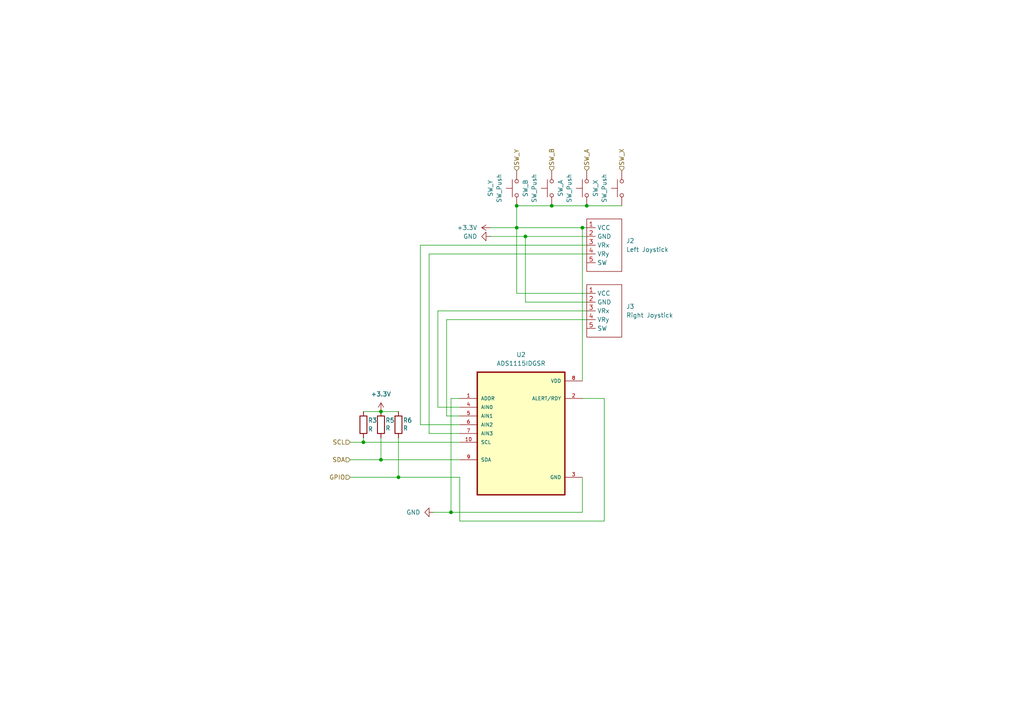
<source format=kicad_sch>
(kicad_sch (version 20231120) (generator "eeschema") (generator_version "8.0")
  (paper "A4")
  (lib_symbols
    (symbol "ADS1115IDGSR:ADS1115IDGSR" (pin_names (offset 1.016))
      (property "Reference" "U" (at -12.7 18.78 0))
      (property "Value" "ADS1115IDGSR" (at -12.7 -21.78 0))
      (symbol "ADS1115IDGSR_0_0"
        (rectangle (start -12.7 -17.78) (end 12.7 17.78) (stroke (width 0.41)) (fill (type background)))
        (pin input line (at -17.78 10.16 0) (length 5.08) (name "ADDR") (number "1"))
        (pin input line (at -17.78 -2.54 0) (length 5.08) (name "SCL") (number "10"))
        (pin output line (at 17.78 10.16 180) (length 5.08) (name "ALERT/RDY") (number "2"))
        (pin power_in line (at 17.78 -12.7 180) (length 5.08) (name "GND") (number "3"))
        (pin input line (at -17.78 7.62 0) (length 5.08) (name "AIN0") (number "4"))
        (pin input line (at -17.78 5.08 0) (length 5.08) (name "AIN1") (number "5"))
        (pin input line (at -17.78 2.54 0) (length 5.08) (name "AIN2") (number "6"))
        (pin input line (at -17.78 0 0) (length 5.08) (name "AIN3") (number "7"))
        (pin power_in line (at 17.78 15.24 180) (length 5.08) (name "VDD") (number "8"))
        (pin bidirectional line (at -17.78 -7.62 0) (length 5.08) (name "SDA") (number "9"))
      )
    )
    (symbol "Controls:Joystick"
      (property "Reference" "J" (at -1.778 0 0))
      (property "Value" "Joystick" (at 4.064 0 0))
      (symbol "Joystick_0_1"
        (rectangle (start -2.54 -1.27) (end 7.62 -16.51))
      )
      (symbol "Joystick_1_1"
        (pin power_in line (at -2.54 -3.81 0) (length 2.54) (name "VCC") (number "1"))
        (pin output line (at -2.54 -6.35 0) (length 2.54) (name "GND") (number "2"))
        (pin output line (at -2.54 -8.89 0) (length 2.54) (name "VRx") (number "3"))
        (pin output line (at -2.54 -11.43 0) (length 2.54) (name "VRy") (number "4"))
        (pin output line (at -2.54 -13.97 0) (length 2.54) (name "SW") (number "5"))
      )
    )
    (symbol "Device:R" (pin_numbers hide) (pin_names (offset 0))
      (property "Reference" "R" (at 2.032 0 90))
      (property "Value" "R" (at 0 0 90))
      (symbol "R_0_1"
        (rectangle (start -1.016 -2.54) (end 1.016 2.54) (stroke (width 0.254)))
      )
      (symbol "R_1_1"
        (pin passive line (at 0 3.81 270) (length 1.27) (name "~") (number "1"))
        (pin passive line (at 0 -3.81 90) (length 1.27) (name "~") (number "2"))
      )
    )
    (symbol "Joystick_1"
      (property "Reference" "J" (at -1.778 0 0))
      (property "Value" "Joystick" (at 4.064 0 0))
      (symbol "Joystick_1_0_1"
        (rectangle (start -2.54 -1.27) (end 7.62 -16.51))
      )
      (symbol "Joystick_1_1_1"
        (pin power_in line (at -2.54 -3.81 0) (length 2.54) (name "VCC") (number "1"))
        (pin output line (at -2.54 -6.35 0) (length 2.54) (name "GND") (number "2"))
        (pin output line (at -2.54 -8.89 0) (length 2.54) (name "VRx") (number "3"))
        (pin output line (at -2.54 -11.43 0) (length 2.54) (name "VRy") (number "4"))
        (pin output line (at -2.54 -13.97 0) (length 2.54) (name "SW") (number "5"))
      )
    )
    (symbol "Switch:SW_Push" (pin_numbers hide) (pin_names (offset 1.016) hide)
      (property "Reference" "SW" (at 1.27 2.54 0))
      (property "Value" "SW_Push" (at 0 -1.524 0))
      (symbol "SW_Push_0_1"
        (circle (center -2.032 0) (radius 0.508))
        (polyline (pts (xy 0 1.27) (xy 0 3.048)))
        (polyline (pts (xy 2.54 1.27) (xy -2.54 1.27)))
        (circle (center 2.032 0) (radius 0.508))
        (pin passive line (at -5.08 0 0) (length 2.54) (name "1") (number "1"))
        (pin passive line (at 5.08 0 180) (length 2.54) (name "2") (number "2"))
      )
    )
    (symbol "power:+3.3V" (power) (pin_numbers hide) (pin_names (offset 0) hide)
      (property "Value" "+3.3V" (at 0 3.556 0))
      (symbol "+3.3V_0_1"
        (polyline (pts (xy -0.762 1.27) (xy 0 2.54)))
        (polyline (pts (xy 0 0) (xy 0 2.54)))
        (polyline (pts (xy 0 2.54) (xy 0.762 1.27)))
      )
      (symbol "+3.3V_1_1"
        (pin power_in line (at 0 0 90) (length 0) (name "~") (number "1"))
      )
    )
    (symbol "power:GND" (power) (pin_numbers hide) (pin_names (offset 0) hide)
      (property "Value" "GND" (at 0 -3.81 0))
      (symbol "GND_0_1"
        (polyline (pts (xy 0 0) (xy 0 -1.27) (xy 1.27 -1.27) (xy 0 -2.54) (xy -1.27 -1.27) (xy 0 -1.27)))
      )
      (symbol "GND_1_1"
        (pin power_in line (at 0 0 270) (length 0) (name "~") (number "1"))
      )
    )
  )
  (junction (at 160.02 59.69))
  (junction (at 110.49 133.35))
  (junction (at 115.57 138.43))
  (junction (at 130.81 148.59))
  (junction (at 149.86 59.69))
  (junction (at 110.49 119.38))
  (junction (at 105.41 128.27))
  (junction (at 168.91 66.04))
  (junction (at 149.86 66.04))
  (junction (at 170.18 59.69))
  (junction (at 152.4 68.58))
  (wire (pts (xy 129.54 120.65) (xy 133.35 120.65)))
  (wire (pts (xy 115.57 127) (xy 115.57 138.43)))
  (wire (pts (xy 105.41 119.38) (xy 110.49 119.38)))
  (wire (pts (xy 115.57 138.43) (xy 133.35 138.43)))
  (wire (pts (xy 121.92 123.19) (xy 133.35 123.19)))
  (wire (pts (xy 130.81 115.57) (xy 130.81 148.59)))
  (wire (pts (xy 101.6 138.43) (xy 115.57 138.43)))
  (wire (pts (xy 105.41 127) (xy 105.41 128.27)))
  (wire (pts (xy 168.91 66.04) (xy 149.86 66.04)))
  (wire (pts (xy 149.86 59.69) (xy 160.02 59.69)))
  (wire (pts (xy 168.91 148.59) (xy 168.91 138.43)))
  (wire (pts (xy 149.86 66.04) (xy 149.86 59.69)))
  (wire (pts (xy 121.92 71.12) (xy 121.92 123.19)))
  (wire (pts (xy 130.81 115.57) (xy 133.35 115.57)))
  (wire (pts (xy 175.26 151.13) (xy 175.26 115.57)))
  (wire (pts (xy 127 90.17) (xy 127 118.11)))
  (wire (pts (xy 149.86 66.04) (xy 149.86 85.09)))
  (wire (pts (xy 149.86 85.09) (xy 170.18 85.09)))
  (wire (pts (xy 129.54 92.71) (xy 170.18 92.71)))
  (wire (pts (xy 101.6 133.35) (xy 110.49 133.35)))
  (wire (pts (xy 175.26 115.57) (xy 168.91 115.57)))
  (wire (pts (xy 105.41 128.27) (xy 133.35 128.27)))
  (wire (pts (xy 110.49 119.38) (xy 115.57 119.38)))
  (wire (pts (xy 125.73 148.59) (xy 130.81 148.59)))
  (wire (pts (xy 160.02 59.69) (xy 170.18 59.69)))
  (wire (pts (xy 152.4 68.58) (xy 152.4 87.63)))
  (wire (pts (xy 127 90.17) (xy 170.18 90.17)))
  (wire (pts (xy 168.91 66.04) (xy 168.91 110.49)))
  (wire (pts (xy 142.24 68.58) (xy 152.4 68.58)))
  (wire (pts (xy 170.18 59.69) (xy 180.34 59.69)))
  (wire (pts (xy 127 118.11) (xy 133.35 118.11)))
  (wire (pts (xy 124.46 73.66) (xy 170.18 73.66)))
  (wire (pts (xy 142.24 66.04) (xy 149.86 66.04)))
  (wire (pts (xy 124.46 73.66) (xy 124.46 125.73)))
  (wire (pts (xy 124.46 125.73) (xy 133.35 125.73)))
  (wire (pts (xy 133.35 151.13) (xy 175.26 151.13)))
  (wire (pts (xy 101.6 128.27) (xy 105.41 128.27)))
  (wire (pts (xy 170.18 66.04) (xy 168.91 66.04)))
  (wire (pts (xy 110.49 127) (xy 110.49 133.35)))
  (wire (pts (xy 130.81 148.59) (xy 168.91 148.59)))
  (wire (pts (xy 129.54 92.71) (xy 129.54 120.65)))
  (wire (pts (xy 110.49 133.35) (xy 133.35 133.35)))
  (wire (pts (xy 152.4 87.63) (xy 170.18 87.63)))
  (wire (pts (xy 133.35 138.43) (xy 133.35 151.13)))
  (wire (pts (xy 170.18 68.58) (xy 152.4 68.58)))
  (wire (pts (xy 121.92 71.12) (xy 170.18 71.12)))
  (hierarchical_label "SCL" (shape input) (at 101.6 128.27 180))
  (hierarchical_label "GPIO" (shape input) (at 101.6 138.43 180))
  (hierarchical_label "SW_A" (shape input) (at 170.18 49.53 90))
  (hierarchical_label "SW_X" (shape input) (at 180.34 49.53 90))
  (hierarchical_label "SDA" (shape input) (at 101.6 133.35 180))
  (hierarchical_label "SW_B" (shape input) (at 160.02 49.53 90))
  (hierarchical_label "SW_Y" (shape input) (at 149.86 49.53 90))
  (symbol (lib_id "power:+3.3V") (at 142.24 66.04 90) (unit 1)
    (property "Reference" "#PWR05" (effects (hide yes)))
    (property "Value" "+3.3V" (at 138.43 66.0399 90) (effects (justify left)))
    (property "Description" "Power symbol creates a global label with name \"+3.3V\"" (effects (hide yes)))
  )
  (symbol (lib_id "Controls:Joystick") (at 172.72 81.28 0) (unit 1)
    (property "Reference" "J3" (at 181.61 88.8999 0) (effects (justify left)))
    (property "Value" "Right Joystick" (at 181.61 91.4399 0) (effects (justify left)))
  )
  (symbol (lib_id "Switch:SW_Push") (at 170.18 54.61 90) (unit 1)
    (property "Reference" "SW_A" (at 162.56 54.61 0))
    (property "Value" "SW_Push" (at 165.1 54.61 0))
    (property "Description" "Push button switch, generic, two pins" (effects (hide yes)))
  )
  (symbol (lib_id "Device:R") (at 110.49 123.19 0) (unit 1)
    (property "Reference" "R5" (at 111.76 121.92 0) (effects (justify left)))
    (property "Value" "R" (at 111.76 124.206 0) (effects (justify left)))
    (property "Description" "Resistor" (effects (hide yes)))
  )
  (symbol (lib_id "power:GND") (at 142.24 68.58 270) (unit 1)
    (property "Reference" "#PWR06" (effects (hide yes)))
    (property "Value" "GND" (at 138.43 68.5799 90) (effects (justify right)))
    (property "Description" "Power symbol creates a global label with name \"GND\" , ground" (effects (hide yes)))
  )
  (symbol (lib_id "Device:R") (at 115.57 123.19 0) (unit 1)
    (property "Reference" "R6" (at 116.84 121.92 0) (effects (justify left)))
    (property "Value" "R" (at 116.84 124.206 0) (effects (justify left)))
    (property "Description" "Resistor" (effects (hide yes)))
  )
  (symbol (lib_id "Switch:SW_Push") (at 149.86 54.61 90) (unit 1)
    (property "Reference" "SW_Y" (at 142.24 54.61 0))
    (property "Value" "SW_Push" (at 144.78 54.61 0))
    (property "Description" "Push button switch, generic, two pins" (effects (hide yes)))
  )
  (symbol (lib_name "Joystick_1") (lib_id "Controls:Joystick") (at 172.72 62.23 0) (unit 1)
    (property "Reference" "J2" (at 181.61 69.8499 0) (effects (justify left)))
    (property "Value" "Left Joystick" (at 181.61 72.3899 0) (effects (justify left)))
  )
  (symbol (lib_id "power:GND") (at 125.73 148.59 270) (unit 1)
    (property "Reference" "#PWR09" (effects (hide yes)))
    (property "Value" "GND" (at 121.92 148.5899 90) (effects (justify right)))
    (property "Description" "Power symbol creates a global label with name \"GND\" , ground" (effects (hide yes)))
  )
  (symbol (lib_id "Switch:SW_Push") (at 180.34 54.61 90) (unit 1)
    (property "Reference" "SW_X" (at 172.72 54.61 0))
    (property "Value" "SW_Push" (at 175.26 54.61 0))
    (property "Description" "Push button switch, generic, two pins" (effects (hide yes)))
  )
  (symbol (lib_id "ADS1115IDGSR:ADS1115IDGSR") (at 151.13 125.73 0) (unit 1)
    (property "Reference" "U2" (at 151.13 102.87 0))
    (property "Value" "ADS1115IDGSR" (at 151.13 105.41 0))
    (property "Footprint" "ADS1115IDGSR:SOP50P490X110-10N" (effects (hide yes)))
  )
  (symbol (lib_id "Switch:SW_Push") (at 160.02 54.61 90) (unit 1)
    (property "Reference" "SW_B" (at 152.4 54.61 0))
    (property "Value" "SW_Push" (at 154.94 54.61 0))
    (property "Description" "Push button switch, generic, two pins" (effects (hide yes)))
  )
  (symbol (lib_id "power:+3.3V") (at 110.49 119.38 0) (unit 1)
    (property "Reference" "#PWR010" (effects (hide yes)))
    (property "Value" "+3.3V" (at 110.49 114.3 0))
    (property "Description" "Power symbol creates a global label with name \"+3.3V\"" (effects (hide yes)))
  )
  (symbol (lib_id "Device:R") (at 105.41 123.19 0) (unit 1)
    (property "Reference" "R3" (at 106.68 121.92 0) (effects (justify left)))
    (property "Value" "R" (at 106.68 124.46 0) (effects (justify left)))
    (property "Description" "Resistor" (effects (hide yes)))
  )
)
</source>
